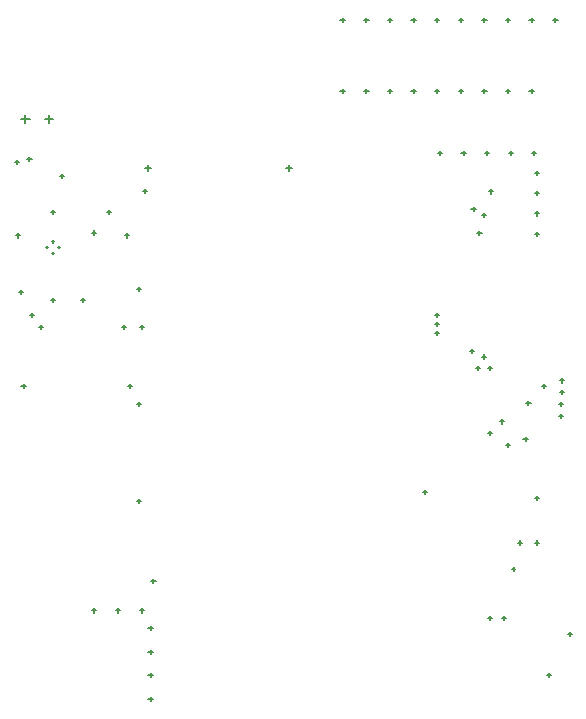
<source format=gbr>
G04*
G04 #@! TF.GenerationSoftware,Altium Limited,Altium Designer,25.8.1 (18)*
G04*
G04 Layer_Color=128*
%FSLAX25Y25*%
%MOIN*%
G70*
G04*
G04 #@! TF.SameCoordinates,505960B2-D5C5-487F-9968-D24D6DC54575*
G04*
G04*
G04 #@! TF.FilePolarity,Positive*
G04*
G01*
G75*
%ADD16C,0.00500*%
D16*
X11002Y199213D02*
X13802D01*
X12402Y197813D02*
Y200613D01*
X3128Y199213D02*
X5928D01*
X4528Y197813D02*
Y200613D01*
X158760Y116142D02*
X160138D01*
X159449Y115453D02*
Y116831D01*
X159153Y175098D02*
X160531D01*
X159843Y174409D02*
Y175787D01*
X156791Y120079D02*
X158169D01*
X157480Y119390D02*
Y120768D01*
X154823Y116142D02*
X156201D01*
X155512Y115453D02*
Y116831D01*
X152854Y122047D02*
X154232D01*
X153543Y121358D02*
Y122736D01*
X45571Y21654D02*
X46949D01*
X46260Y20965D02*
Y22343D01*
X45571Y5906D02*
X46949D01*
X46260Y5217D02*
Y6594D01*
X45571Y13780D02*
X46949D01*
X46260Y13091D02*
Y14469D01*
X45571Y29528D02*
X46949D01*
X46260Y28839D02*
Y30217D01*
X174508Y174522D02*
X175886D01*
X175197Y173833D02*
Y175211D01*
X174508Y161024D02*
X175886D01*
X175197Y160335D02*
Y161713D01*
X174508Y167773D02*
X175886D01*
X175197Y167084D02*
Y168462D01*
X173524Y187992D02*
X174902D01*
X174213Y187303D02*
Y188681D01*
X165650Y187992D02*
X167027D01*
X166339Y187303D02*
Y188681D01*
X174508Y181271D02*
X175886D01*
X175197Y180582D02*
Y181960D01*
X149902Y187992D02*
X151279D01*
X150591Y187303D02*
Y188681D01*
X142028Y187992D02*
X143405D01*
X142717Y187303D02*
Y188681D01*
X157776Y187992D02*
X159153D01*
X158465Y187303D02*
Y188681D01*
X43602Y175197D02*
X44980D01*
X44291Y174508D02*
Y175886D01*
X137106Y74803D02*
X138484D01*
X137795Y74114D02*
Y75492D01*
X166732Y49213D02*
X167913D01*
X167323Y48622D02*
Y49803D01*
X185335Y27559D02*
X186713D01*
X186024Y26870D02*
Y28248D01*
X42618Y35433D02*
X43996D01*
X43307Y34744D02*
Y36122D01*
X16043Y180118D02*
X17421D01*
X16732Y179429D02*
Y180807D01*
X5217Y186024D02*
X6594D01*
X5906Y185335D02*
Y186713D01*
X998Y185039D02*
X2376D01*
X1687Y184350D02*
Y185728D01*
X13386Y158465D02*
X14173D01*
X13780Y158071D02*
Y158858D01*
X11417Y156496D02*
X12205D01*
X11811Y156102D02*
Y156890D01*
X15354Y156496D02*
X16142D01*
X15748Y156102D02*
Y156890D01*
X13386Y154528D02*
X14173D01*
X13780Y154134D02*
Y154921D01*
X34744Y35433D02*
X36122D01*
X35433Y34744D02*
Y36122D01*
X26870Y35433D02*
X28248D01*
X27559Y34744D02*
Y36122D01*
X155217Y161319D02*
X156595D01*
X155905Y160630D02*
Y162008D01*
X176870Y110138D02*
X178248D01*
X177559Y109449D02*
Y110827D01*
X182776Y108169D02*
X184153D01*
X183465Y107480D02*
Y108858D01*
X141043Y130905D02*
X142421D01*
X141732Y130217D02*
Y131595D01*
X141043Y133858D02*
X142421D01*
X141732Y133169D02*
Y134547D01*
X37697Y160433D02*
X39075D01*
X38386Y159744D02*
Y161122D01*
X26870Y161417D02*
X28248D01*
X27559Y160728D02*
Y162106D01*
X13091Y168307D02*
X14469D01*
X13780Y167618D02*
Y168996D01*
X31791Y168307D02*
X33169D01*
X32480Y167618D02*
Y168996D01*
X1280Y160433D02*
X2657D01*
X1969Y159744D02*
Y161122D01*
X41634Y142717D02*
X43012D01*
X42323Y142028D02*
Y143405D01*
X2264Y141732D02*
X3642D01*
X2953Y141043D02*
Y142421D01*
X6201Y133858D02*
X7579D01*
X6890Y133169D02*
Y134547D01*
X22933Y138779D02*
X24311D01*
X23622Y138091D02*
Y139469D01*
X13091Y138779D02*
X14469D01*
X13780Y138091D02*
Y139469D01*
X9154Y129921D02*
X10531D01*
X9843Y129232D02*
Y130610D01*
X109583Y208661D02*
X111079D01*
X110331Y207913D02*
Y209409D01*
X109583Y232283D02*
X111079D01*
X110331Y231535D02*
Y233032D01*
X117457Y208661D02*
X118953D01*
X118205Y207913D02*
Y209409D01*
X117457Y232283D02*
X118953D01*
X118205Y231535D02*
Y233032D01*
X125331Y208661D02*
X126827D01*
X126079Y207913D02*
Y209409D01*
X125331Y232283D02*
X126827D01*
X126079Y231535D02*
Y233032D01*
X133205Y208661D02*
X134701D01*
X133953Y207913D02*
Y209409D01*
X133205Y232283D02*
X134701D01*
X133953Y231535D02*
Y233032D01*
X141079Y208661D02*
X142575D01*
X141827Y207913D02*
Y209409D01*
X141079Y232283D02*
X142575D01*
X141827Y231535D02*
Y233032D01*
X148953Y208661D02*
X150449D01*
X149701Y207913D02*
Y209409D01*
X148953Y232283D02*
X150449D01*
X149701Y231535D02*
Y233032D01*
X156827Y208661D02*
X158323D01*
X157575Y207913D02*
Y209409D01*
X156827Y232283D02*
X158323D01*
X157575Y231535D02*
Y233032D01*
X164701Y208661D02*
X166197D01*
X165449Y207913D02*
Y209409D01*
X164701Y232283D02*
X166197D01*
X165449Y231535D02*
Y233032D01*
X172575Y232283D02*
X174071D01*
X173323Y231535D02*
Y233032D01*
X172575Y208661D02*
X174071D01*
X173323Y207913D02*
Y209409D01*
X180449Y232283D02*
X181945D01*
X181197Y231535D02*
Y233032D01*
X46555Y45276D02*
X47933D01*
X47244Y44587D02*
Y45965D01*
X42618Y129921D02*
X43996D01*
X43307Y129232D02*
Y130610D01*
X36713Y129921D02*
X38091D01*
X37402Y129232D02*
Y130610D01*
X182382Y104331D02*
X183760D01*
X183071Y103642D02*
Y105020D01*
X163279Y32917D02*
X164657D01*
X163969Y32228D02*
Y33606D01*
X162697Y98425D02*
X164075D01*
X163386Y97736D02*
Y99114D01*
X141043Y127953D02*
X142421D01*
X141732Y127264D02*
Y128642D01*
X3248Y110236D02*
X4626D01*
X3937Y109547D02*
Y110925D01*
X38681Y110236D02*
X40059D01*
X39370Y109547D02*
Y110925D01*
X156791Y167323D02*
X158169D01*
X157480Y166634D02*
Y168012D01*
X182382Y100394D02*
X183760D01*
X183071Y99705D02*
Y101083D01*
X174508Y58071D02*
X175886D01*
X175197Y57382D02*
Y58760D01*
X168853Y58071D02*
X170231D01*
X169543Y57382D02*
Y58760D01*
X174508Y72835D02*
X175886D01*
X175197Y72146D02*
Y73524D01*
X178445Y13780D02*
X179823D01*
X179134Y13091D02*
Y14469D01*
X158679Y33016D02*
X160057D01*
X159369Y32328D02*
Y33705D01*
X158760Y94488D02*
X160138D01*
X159449Y93799D02*
Y95177D01*
X182776Y112106D02*
X184153D01*
X183465Y111417D02*
Y112795D01*
X153248Y169193D02*
X154626D01*
X153937Y168504D02*
Y169882D01*
X170571Y92520D02*
X171949D01*
X171260Y91831D02*
Y93209D01*
X171555Y104528D02*
X172933D01*
X172244Y103839D02*
Y105217D01*
X164665Y90551D02*
X166043D01*
X165354Y89862D02*
Y91240D01*
X41634Y104331D02*
X43012D01*
X42323Y103642D02*
Y105020D01*
X41634Y71850D02*
X43012D01*
X42323Y71161D02*
Y72539D01*
X91535Y183071D02*
X93504D01*
X92520Y182087D02*
Y184055D01*
X44291Y183071D02*
X46260D01*
X45276Y182087D02*
Y184055D01*
M02*

</source>
